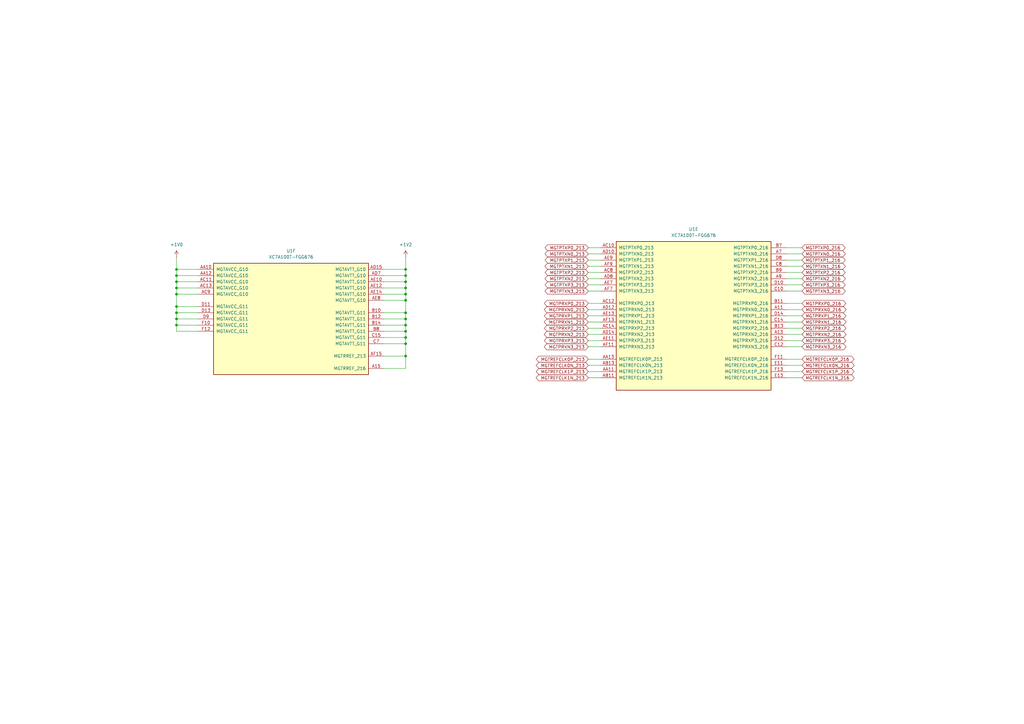
<source format=kicad_sch>
(kicad_sch (version 20250114) (generator "eeschema") (generator_version "9.0")
  (paper "A3")
  (junction (at 72.39 125.73))
  (junction (at 166.37 123.19))
  (junction (at 166.37 120.65))
  (junction (at 72.39 115.57))
  (junction (at 72.39 120.65))
  (junction (at 72.39 110.49))
  (junction (at 166.37 118.11))
  (junction (at 166.37 135.89))
  (junction (at 166.37 130.81))
  (junction (at 72.39 118.11))
  (junction (at 166.37 140.97))
  (junction (at 72.39 128.27))
  (junction (at 72.39 130.81))
  (junction (at 166.37 110.49))
  (junction (at 166.37 113.03))
  (junction (at 166.37 133.35))
  (junction (at 72.39 133.35))
  (junction (at 166.37 115.57))
  (junction (at 72.39 113.03))
  (junction (at 166.37 128.27))
  (junction (at 166.37 146.05))
  (junction (at 166.37 138.43))
  (wire (pts (xy 241.3 116.84) (xy 246.38 116.84)))
  (wire (pts (xy 241.3 109.22) (xy 246.38 109.22)))
  (wire (pts (xy 72.39 105.41) (xy 72.39 110.49)))
  (wire (pts (xy 166.37 123.19) (xy 166.37 120.65)))
  (wire (pts (xy 328.93 137.16) (xy 322.58 137.16)))
  (wire (pts (xy 81.28 118.11) (xy 72.39 118.11)))
  (wire (pts (xy 81.28 120.65) (xy 72.39 120.65)))
  (wire (pts (xy 241.3 124.46) (xy 246.38 124.46)))
  (wire (pts (xy 241.3 129.54) (xy 246.38 129.54)))
  (wire (pts (xy 81.28 125.73) (xy 72.39 125.73)))
  (wire (pts (xy 81.28 110.49) (xy 72.39 110.49)))
  (wire (pts (xy 81.28 130.81) (xy 72.39 130.81)))
  (wire (pts (xy 81.28 133.35) (xy 72.39 133.35)))
  (wire (pts (xy 81.28 113.03) (xy 72.39 113.03)))
  (wire (pts (xy 241.3 101.6) (xy 246.38 101.6)))
  (wire (pts (xy 166.37 120.65) (xy 166.37 118.11)))
  (wire (pts (xy 166.37 138.43) (xy 166.37 135.89)))
  (wire (pts (xy 328.93 109.22) (xy 322.58 109.22)))
  (wire (pts (xy 166.37 151.13) (xy 166.37 146.05)))
  (wire (pts (xy 328.93 147.32) (xy 322.58 147.32)))
  (wire (pts (xy 72.39 128.27) (xy 72.39 130.81)))
  (wire (pts (xy 241.3 142.24) (xy 246.38 142.24)))
  (wire (pts (xy 241.3 152.4) (xy 246.38 152.4)))
  (wire (pts (xy 157.48 128.27) (xy 166.37 128.27)))
  (wire (pts (xy 241.3 119.38) (xy 246.38 119.38)))
  (wire (pts (xy 328.93 134.62) (xy 322.58 134.62)))
  (wire (pts (xy 157.48 118.11) (xy 166.37 118.11)))
  (wire (pts (xy 241.3 149.86) (xy 246.38 149.86)))
  (wire (pts (xy 72.39 113.03) (xy 72.39 115.57)))
  (wire (pts (xy 166.37 133.35) (xy 166.37 130.81)))
  (wire (pts (xy 157.48 133.35) (xy 166.37 133.35)))
  (wire (pts (xy 81.28 128.27) (xy 72.39 128.27)))
  (wire (pts (xy 157.48 120.65) (xy 166.37 120.65)))
  (wire (pts (xy 166.37 130.81) (xy 166.37 128.27)))
  (wire (pts (xy 241.3 139.7) (xy 246.38 139.7)))
  (wire (pts (xy 241.3 106.68) (xy 246.38 106.68)))
  (wire (pts (xy 157.48 151.13) (xy 166.37 151.13)))
  (wire (pts (xy 328.93 152.4) (xy 322.58 152.4)))
  (wire (pts (xy 328.93 132.08) (xy 322.58 132.08)))
  (wire (pts (xy 328.93 101.6) (xy 322.58 101.6)))
  (wire (pts (xy 157.48 138.43) (xy 166.37 138.43)))
  (wire (pts (xy 328.93 111.76) (xy 322.58 111.76)))
  (wire (pts (xy 241.3 154.94) (xy 246.38 154.94)))
  (wire (pts (xy 241.3 137.16) (xy 246.38 137.16)))
  (wire (pts (xy 166.37 146.05) (xy 166.37 140.97)))
  (wire (pts (xy 328.93 104.14) (xy 322.58 104.14)))
  (wire (pts (xy 166.37 110.49) (xy 166.37 105.41)))
  (wire (pts (xy 241.3 127) (xy 246.38 127)))
  (wire (pts (xy 166.37 135.89) (xy 166.37 133.35)))
  (wire (pts (xy 328.93 129.54) (xy 322.58 129.54)))
  (wire (pts (xy 81.28 115.57) (xy 72.39 115.57)))
  (wire (pts (xy 157.48 130.81) (xy 166.37 130.81)))
  (wire (pts (xy 72.39 118.11) (xy 72.39 120.65)))
  (wire (pts (xy 72.39 130.81) (xy 72.39 133.35)))
  (wire (pts (xy 241.3 114.3) (xy 246.38 114.3)))
  (wire (pts (xy 157.48 146.05) (xy 166.37 146.05)))
  (wire (pts (xy 241.3 147.32) (xy 246.38 147.32)))
  (wire (pts (xy 72.39 125.73) (xy 72.39 128.27)))
  (wire (pts (xy 72.39 115.57) (xy 72.39 118.11)))
  (wire (pts (xy 328.93 149.86) (xy 322.58 149.86)))
  (wire (pts (xy 157.48 123.19) (xy 166.37 123.19)))
  (wire (pts (xy 328.93 114.3) (xy 322.58 114.3)))
  (wire (pts (xy 328.93 139.7) (xy 322.58 139.7)))
  (wire (pts (xy 166.37 115.57) (xy 166.37 113.03)))
  (wire (pts (xy 241.3 111.76) (xy 246.38 111.76)))
  (wire (pts (xy 328.93 106.68) (xy 322.58 106.68)))
  (wire (pts (xy 72.39 110.49) (xy 72.39 113.03)))
  (wire (pts (xy 328.93 154.94) (xy 322.58 154.94)))
  (wire (pts (xy 241.3 104.14) (xy 246.38 104.14)))
  (wire (pts (xy 157.48 115.57) (xy 166.37 115.57)))
  (wire (pts (xy 72.39 135.89) (xy 81.28 135.89)))
  (wire (pts (xy 166.37 140.97) (xy 166.37 138.43)))
  (wire (pts (xy 328.93 127) (xy 322.58 127)))
  (wire (pts (xy 72.39 133.35) (xy 72.39 135.89)))
  (wire (pts (xy 328.93 142.24) (xy 322.58 142.24)))
  (wire (pts (xy 166.37 113.03) (xy 166.37 110.49)))
  (wire (pts (xy 166.37 128.27) (xy 166.37 123.19)))
  (wire (pts (xy 157.48 135.89) (xy 166.37 135.89)))
  (wire (pts (xy 157.48 110.49) (xy 166.37 110.49)))
  (wire (pts (xy 72.39 120.65) (xy 72.39 125.73)))
  (wire (pts (xy 157.48 113.03) (xy 166.37 113.03)))
  (wire (pts (xy 328.93 119.38) (xy 322.58 119.38)))
  (wire (pts (xy 328.93 116.84) (xy 322.58 116.84)))
  (wire (pts (xy 166.37 118.11) (xy 166.37 115.57)))
  (wire (pts (xy 241.3 132.08) (xy 246.38 132.08)))
  (wire (pts (xy 157.48 140.97) (xy 166.37 140.97)))
  (wire (pts (xy 241.3 134.62) (xy 246.38 134.62)))
  (wire (pts (xy 328.93 124.46) (xy 322.58 124.46)))
  (global_label "MGTPTXN3_216" (shape bidirectional) (at 328.93 119.38 0) (property "Intersheetrefs" "${INTERSHEET_REFS}" (effects (hide yes))))
  (global_label "MGTPTXN2_216" (shape bidirectional) (at 328.93 114.3 0) (property "Intersheetrefs" "${INTERSHEET_REFS}" (effects (hide yes))))
  (global_label "MGTPRXN3_213" (shape bidirectional) (at 241.3 142.24 180) (property "Intersheetrefs" "${INTERSHEET_REFS}" (effects (hide yes))))
  (global_label "MGTREFCLK1P_216" (shape bidirectional) (at 328.93 152.4 0) (property "Intersheetrefs" "${INTERSHEET_REFS}" (effects (hide yes))))
  (global_label "MGTPRXN0_213" (shape bidirectional) (at 241.3 127 180) (property "Intersheetrefs" "${INTERSHEET_REFS}" (effects (hide yes))))
  (global_label "MGTPRXP3_216" (shape bidirectional) (at 328.93 139.7 0) (property "Intersheetrefs" "${INTERSHEET_REFS}" (effects (hide yes))))
  (global_label "MGTPTXP0_216" (shape bidirectional) (at 328.93 101.6 0) (property "Intersheetrefs" "${INTERSHEET_REFS}" (effects (hide yes))))
  (global_label "MGTPTXP2_216" (shape bidirectional) (at 328.93 111.76 0) (property "Intersheetrefs" "${INTERSHEET_REFS}" (effects (hide yes))))
  (global_label "MGTPTXP0_213" (shape bidirectional) (at 241.3 101.6 180) (property "Intersheetrefs" "${INTERSHEET_REFS}" (effects (hide yes))))
  (global_label "MGTPRXN2_213" (shape bidirectional) (at 241.3 137.16 180) (property "Intersheetrefs" "${INTERSHEET_REFS}" (effects (hide yes))))
  (global_label "MGTREFCLK0N_216" (shape bidirectional) (at 328.93 149.86 0) (property "Intersheetrefs" "${INTERSHEET_REFS}" (effects (hide yes))))
  (global_label "MGTPRXP2_213" (shape bidirectional) (at 241.3 134.62 180) (property "Intersheetrefs" "${INTERSHEET_REFS}" (effects (hide yes))))
  (global_label "MGTPTXP2_213" (shape bidirectional) (at 241.3 111.76 180) (property "Intersheetrefs" "${INTERSHEET_REFS}" (effects (hide yes))))
  (global_label "MGTPTXP1_216" (shape bidirectional) (at 328.93 106.68 0) (property "Intersheetrefs" "${INTERSHEET_REFS}" (effects (hide yes))))
  (global_label "MGTPTXN1_213" (shape bidirectional) (at 241.3 109.22 180) (property "Intersheetrefs" "${INTERSHEET_REFS}" (effects (hide yes))))
  (global_label "MGTPRXP1_216" (shape bidirectional) (at 328.93 129.54 0) (property "Intersheetrefs" "${INTERSHEET_REFS}" (effects (hide yes))))
  (global_label "MGTPRXN3_216" (shape bidirectional) (at 328.93 142.24 0) (property "Intersheetrefs" "${INTERSHEET_REFS}" (effects (hide yes))))
  (global_label "MGTPTXP1_213" (shape bidirectional) (at 241.3 106.68 180) (property "Intersheetrefs" "${INTERSHEET_REFS}" (effects (hide yes))))
  (global_label "MGTPTXN3_213" (shape bidirectional) (at 241.3 119.38 180) (property "Intersheetrefs" "${INTERSHEET_REFS}" (effects (hide yes))))
  (global_label "MGTPTXN0_213" (shape bidirectional) (at 241.3 104.14 180) (property "Intersheetrefs" "${INTERSHEET_REFS}" (effects (hide yes))))
  (global_label "MGTREFCLK0P_213" (shape bidirectional) (at 241.3 147.32 180) (property "Intersheetrefs" "${INTERSHEET_REFS}" (effects (hide yes))))
  (global_label "MGTREFCLK1N_213" (shape bidirectional) (at 241.3 154.94 180) (property "Intersheetrefs" "${INTERSHEET_REFS}" (effects (hide yes))))
  (global_label "MGTPRXN1_213" (shape bidirectional) (at 241.3 132.08 180) (property "Intersheetrefs" "${INTERSHEET_REFS}" (effects (hide yes))))
  (global_label "MGTREFCLK0P_216" (shape bidirectional) (at 328.93 147.32 0) (property "Intersheetrefs" "${INTERSHEET_REFS}" (effects (hide yes))))
  (global_label "MGTPRXP1_213" (shape bidirectional) (at 241.3 129.54 180) (property "Intersheetrefs" "${INTERSHEET_REFS}" (effects (hide yes))))
  (global_label "MGTPTXP3_216" (shape bidirectional) (at 328.93 116.84 0) (property "Intersheetrefs" "${INTERSHEET_REFS}" (effects (hide yes))))
  (global_label "MGTREFCLK0N_213" (shape bidirectional) (at 241.3 149.86 180) (property "Intersheetrefs" "${INTERSHEET_REFS}" (effects (hide yes))))
  (global_label "MGTPTXP3_213" (shape bidirectional) (at 241.3 116.84 180) (property "Intersheetrefs" "${INTERSHEET_REFS}" (effects (hide yes))))
  (global_label "MGTREFCLK1P_213" (shape bidirectional) (at 241.3 152.4 180) (property "Intersheetrefs" "${INTERSHEET_REFS}" (effects (hide yes))))
  (global_label "MGTPTXN0_216" (shape bidirectional) (at 328.93 104.14 0) (property "Intersheetrefs" "${INTERSHEET_REFS}" (effects (hide yes))))
  (global_label "MGTREFCLK1N_216" (shape bidirectional) (at 328.93 154.94 0) (property "Intersheetrefs" "${INTERSHEET_REFS}" (effects (hide yes))))
  (global_label "MGTPRXP0_216" (shape bidirectional) (at 328.93 124.46 0) (property "Intersheetrefs" "${INTERSHEET_REFS}" (effects (hide yes))))
  (global_label "MGTPTXN1_216" (shape bidirectional) (at 328.93 109.22 0) (property "Intersheetrefs" "${INTERSHEET_REFS}" (effects (hide yes))))
  (global_label "MGTPRXP0_213" (shape bidirectional) (at 241.3 124.46 180) (property "Intersheetrefs" "${INTERSHEET_REFS}" (effects (hide yes))))
  (global_label "MGTPRXN2_216" (shape bidirectional) (at 328.93 137.16 0) (property "Intersheetrefs" "${INTERSHEET_REFS}" (effects (hide yes))))
  (global_label "MGTPRXN1_216" (shape bidirectional) (at 328.93 132.08 0) (property "Intersheetrefs" "${INTERSHEET_REFS}" (effects (hide yes))))
  (global_label "MGTPRXP2_216" (shape bidirectional) (at 328.93 134.62 0) (property "Intersheetrefs" "${INTERSHEET_REFS}" (effects (hide yes))))
  (global_label "MGTPRXP3_213" (shape bidirectional) (at 241.3 139.7 180) (property "Intersheetrefs" "${INTERSHEET_REFS}" (effects (hide yes))))
  (global_label "MGTPTXN2_213" (shape bidirectional) (at 241.3 114.3 180) (property "Intersheetrefs" "${INTERSHEET_REFS}" (effects (hide yes))))
  (global_label "MGTPRXN0_216" (shape bidirectional) (at 328.93 127 0) (property "Intersheetrefs" "${INTERSHEET_REFS}" (effects (hide yes))))
  (symbol (lib_id "FPGA_Xilinx_Artix7:XC7A100T-FGG676") (at 284.48 129.54 0) (unit 5)
    (property "Reference" "U1" (at 284.48 93.98 0))
    (property "Value" "XC7A100T-FGG676" (at 284.48 96.52 0))
    (property "Description" "Artix 7 T 100 XC7A100T-FGG676" (effects (hide yes)))
  )
  (symbol (lib_id "FPGA_Xilinx_Artix7:XC7A100T-FGG676") (at 119.38 130.81 0) (unit 6)
    (property "Reference" "U1" (at 119.38 102.87 0))
    (property "Value" "XC7A100T-FGG676" (at 119.38 105.41 0))
    (property "Description" "Artix 7 T 100 XC7A100T-FGG676" (effects (hide yes)))
  )
  (symbol (lib_id "power:+1V2") (at 166.37 105.41 0) (unit 1)
    (property "Reference" "#PWR019" (effects (hide yes)))
    (property "Value" "+1V2" (at 166.37 100.33 0))
    (property "Description" "Power symbol creates a global label with name \"+1V2\"" (effects (hide yes)))
  )
  (symbol (lib_id "power:+1V0") (at 72.39 105.41 0) (unit 1)
    (property "Reference" "#PWR018" (effects (hide yes)))
    (property "Value" "+1V0" (at 72.39 100.33 0))
    (property "Description" "Power symbol creates a global label with name \"+1V0\"" (effects (hide yes)))
  )
)
</source>
